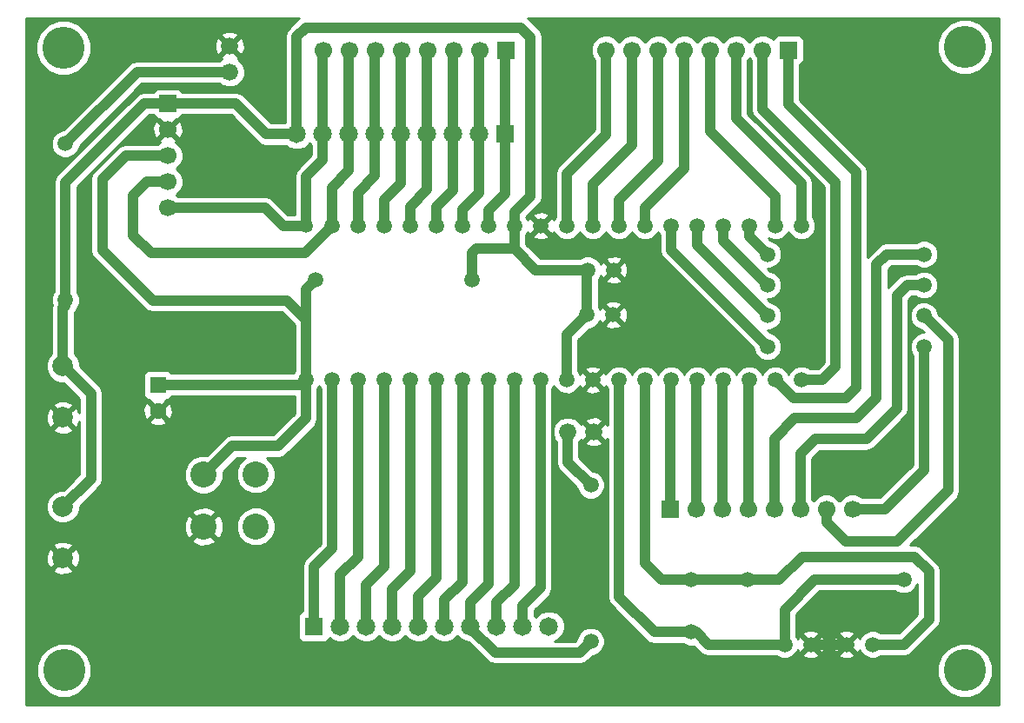
<source format=gbl>
G04 (created by PCBNEW (2013-07-07 BZR 4022)-stable) date 08-Nov-13 6:42:12 PM*
%MOIN*%
G04 Gerber Fmt 3.4, Leading zero omitted, Abs format*
%FSLAX34Y34*%
G01*
G70*
G90*
G04 APERTURE LIST*
%ADD10C,0.00590551*%
%ADD11C,0.0590551*%
%ADD12C,0.0531496*%
%ADD13R,0.0713701X0.0713701*%
%ADD14C,0.0713701*%
%ADD15C,0.066*%
%ADD16R,0.0669291X0.0669291*%
%ADD17C,0.0669291*%
%ADD18C,0.1*%
%ADD19R,0.0629921X0.0629921*%
%ADD20C,0.0629921*%
%ADD21C,0.0787402*%
%ADD22C,0.161417*%
%ADD23C,0.0393701*%
%ADD24C,0.01*%
G04 APERTURE END LIST*
G54D10*
G54D11*
X57650Y-56002D03*
X58650Y-56002D03*
X59650Y-56002D03*
X60650Y-56002D03*
X61650Y-56002D03*
X62650Y-56002D03*
X63650Y-56002D03*
X64650Y-56002D03*
X65650Y-56002D03*
X66650Y-56002D03*
X67650Y-56002D03*
X68650Y-56002D03*
X69650Y-56002D03*
X70650Y-56002D03*
X71650Y-56002D03*
X72650Y-56002D03*
X73650Y-56002D03*
X74650Y-56002D03*
X75650Y-56002D03*
X76650Y-56002D03*
X74650Y-50097D03*
X73650Y-50097D03*
X72650Y-50097D03*
X71650Y-50097D03*
X69650Y-50097D03*
X68650Y-50097D03*
X64650Y-50097D03*
X61650Y-50097D03*
X60650Y-50097D03*
X59650Y-50097D03*
X58650Y-50097D03*
X63650Y-50097D03*
X65650Y-50097D03*
X75650Y-50097D03*
X76650Y-50097D03*
G54D12*
X57650Y-50097D03*
G54D11*
X70650Y-50097D03*
X67650Y-50097D03*
X62650Y-50097D03*
X66650Y-50097D03*
G54D13*
X57960Y-65456D03*
G54D14*
X58960Y-65456D03*
X59960Y-65456D03*
X60960Y-65456D03*
X61960Y-65456D03*
X62960Y-65456D03*
X63960Y-65456D03*
X64960Y-65456D03*
X65960Y-65456D03*
X66960Y-65456D03*
G54D15*
X67680Y-57996D03*
X68680Y-57996D03*
X54724Y-44200D03*
X54724Y-43200D03*
G54D16*
X65300Y-43350D03*
G54D17*
X64300Y-43350D03*
X63300Y-43350D03*
X62300Y-43350D03*
X61300Y-43350D03*
X60300Y-43350D03*
X59300Y-43350D03*
X58300Y-43350D03*
G54D16*
X71600Y-60950D03*
G54D17*
X72600Y-60950D03*
X73600Y-60950D03*
X74600Y-60950D03*
X75600Y-60950D03*
X76600Y-60950D03*
X77600Y-60950D03*
X78600Y-60950D03*
G54D16*
X76150Y-43350D03*
G54D17*
X75150Y-43350D03*
X74150Y-43350D03*
X73150Y-43350D03*
X72150Y-43350D03*
X71150Y-43350D03*
X70150Y-43350D03*
X69150Y-43350D03*
G54D11*
X64023Y-52165D03*
X58023Y-52165D03*
X80566Y-63660D03*
X74566Y-63660D03*
X68566Y-66036D03*
X68566Y-60036D03*
X48422Y-52944D03*
X48422Y-46944D03*
G54D18*
X53724Y-61629D03*
X55724Y-59629D03*
X53716Y-59643D03*
X55724Y-61629D03*
G54D19*
X51968Y-56192D03*
G54D20*
X51968Y-57192D03*
G54D11*
X72420Y-63676D03*
X72420Y-65676D03*
X68426Y-53504D03*
X69426Y-53504D03*
X68448Y-51788D03*
X69448Y-51788D03*
X76002Y-66148D03*
X77002Y-66148D03*
X79378Y-66148D03*
X78378Y-66148D03*
G54D21*
X48327Y-55474D03*
X48327Y-57443D03*
X48327Y-60864D03*
X48327Y-62833D03*
G54D16*
X52350Y-45400D03*
G54D17*
X52350Y-46400D03*
X52350Y-47400D03*
X52350Y-48400D03*
X52350Y-49400D03*
G54D13*
X65292Y-46574D03*
G54D14*
X64292Y-46574D03*
X63292Y-46574D03*
X62292Y-46574D03*
X61292Y-46574D03*
X60292Y-46574D03*
X59292Y-46574D03*
X58292Y-46574D03*
X57292Y-46574D03*
G54D11*
X75346Y-51181D03*
X81346Y-51181D03*
X75346Y-52362D03*
X81346Y-52362D03*
X75346Y-53543D03*
X81346Y-53543D03*
X75346Y-54724D03*
X81346Y-54724D03*
G54D22*
X82913Y-43228D03*
X48346Y-43267D03*
X48366Y-67145D03*
X82913Y-67145D03*
G54D23*
X76002Y-66148D02*
X76002Y-64820D01*
X77162Y-63660D02*
X80566Y-63660D01*
X76002Y-64820D02*
X77162Y-63660D01*
X69650Y-56002D02*
X69650Y-64326D01*
X71000Y-65676D02*
X72420Y-65676D01*
X69650Y-64326D02*
X71000Y-65676D01*
X76002Y-66148D02*
X73078Y-66148D01*
X72606Y-65676D02*
X72420Y-65676D01*
X73078Y-66148D02*
X72606Y-65676D01*
X74566Y-63660D02*
X75798Y-63660D01*
X80570Y-66148D02*
X79378Y-66148D01*
X81532Y-65186D02*
X80570Y-66148D01*
X81532Y-63338D02*
X81532Y-65186D01*
X80982Y-62788D02*
X81532Y-63338D01*
X76670Y-62788D02*
X80982Y-62788D01*
X75798Y-63660D02*
X76670Y-62788D01*
X72420Y-63676D02*
X74550Y-63676D01*
X74550Y-63676D02*
X74566Y-63660D01*
X72420Y-63676D02*
X71296Y-63676D01*
X70650Y-63030D02*
X70650Y-56002D01*
X71296Y-63676D02*
X70650Y-63030D01*
X52350Y-48400D02*
X51562Y-48400D01*
X57605Y-51142D02*
X58650Y-50097D01*
X51702Y-51142D02*
X57605Y-51142D01*
X51030Y-50470D02*
X51702Y-51142D01*
X51030Y-48932D02*
X51030Y-50470D01*
X51562Y-48400D02*
X51030Y-48932D01*
X59292Y-46574D02*
X59292Y-43358D01*
X59292Y-43358D02*
X59300Y-43350D01*
X58650Y-50097D02*
X58650Y-48616D01*
X59292Y-47974D02*
X59292Y-46574D01*
X58650Y-48616D02*
X59292Y-47974D01*
X52350Y-49400D02*
X56072Y-49400D01*
X56769Y-50097D02*
X57650Y-50097D01*
X56072Y-49400D02*
X56769Y-50097D01*
X58292Y-46574D02*
X58292Y-43358D01*
X58292Y-43358D02*
X58300Y-43350D01*
X57650Y-50097D02*
X57650Y-48206D01*
X58292Y-47564D02*
X58292Y-46574D01*
X57650Y-48206D02*
X58292Y-47564D01*
X65292Y-46574D02*
X65292Y-43358D01*
X65292Y-43358D02*
X65300Y-43350D01*
X64650Y-50097D02*
X64650Y-49502D01*
X65292Y-48860D02*
X65292Y-46574D01*
X64650Y-49502D02*
X65292Y-48860D01*
X64292Y-46574D02*
X64292Y-43358D01*
X64292Y-43358D02*
X64300Y-43350D01*
X63650Y-50097D02*
X63650Y-49466D01*
X64292Y-48824D02*
X64292Y-46574D01*
X63650Y-49466D02*
X64292Y-48824D01*
X63292Y-46574D02*
X63292Y-43358D01*
X63292Y-43358D02*
X63300Y-43350D01*
X63292Y-46574D02*
X63292Y-48714D01*
X62650Y-49356D02*
X62650Y-50097D01*
X63292Y-48714D02*
X62650Y-49356D01*
X62292Y-46574D02*
X62292Y-43358D01*
X62292Y-43358D02*
X62300Y-43350D01*
X61650Y-50097D02*
X61650Y-49352D01*
X62292Y-48710D02*
X62292Y-46574D01*
X61650Y-49352D02*
X62292Y-48710D01*
X61292Y-46574D02*
X61292Y-43358D01*
X61292Y-43358D02*
X61300Y-43350D01*
X60650Y-50097D02*
X60650Y-49090D01*
X61292Y-48448D02*
X61292Y-46574D01*
X60650Y-49090D02*
X61292Y-48448D01*
X60292Y-46574D02*
X60292Y-43358D01*
X60292Y-43358D02*
X60300Y-43350D01*
X59650Y-50097D02*
X59650Y-48816D01*
X60292Y-48174D02*
X60292Y-46574D01*
X59650Y-48816D02*
X60292Y-48174D01*
X63960Y-65456D02*
X63960Y-65522D01*
X68140Y-66462D02*
X68566Y-66036D01*
X64900Y-66462D02*
X68140Y-66462D01*
X63960Y-65522D02*
X64900Y-66462D01*
X64650Y-56002D02*
X64650Y-63836D01*
X63960Y-64526D02*
X63960Y-65456D01*
X64650Y-63836D02*
X63960Y-64526D01*
X64960Y-65456D02*
X64960Y-64542D01*
X65650Y-63852D02*
X65650Y-56002D01*
X64960Y-64542D02*
X65650Y-63852D01*
X65960Y-65456D02*
X65960Y-64660D01*
X66650Y-63970D02*
X66650Y-56002D01*
X65960Y-64660D02*
X66650Y-63970D01*
X57650Y-56002D02*
X57650Y-57468D01*
X54817Y-58543D02*
X53716Y-59643D01*
X56574Y-58543D02*
X54817Y-58543D01*
X57650Y-57468D02*
X56574Y-58543D01*
X51968Y-56192D02*
X57459Y-56192D01*
X57459Y-56192D02*
X57650Y-56002D01*
X57650Y-54133D02*
X57650Y-52538D01*
X57650Y-52538D02*
X58023Y-52165D01*
X52350Y-47400D02*
X50742Y-47400D01*
X57650Y-53696D02*
X57650Y-54133D01*
X57650Y-54133D02*
X57650Y-56002D01*
X56910Y-52956D02*
X57650Y-53696D01*
X51766Y-52956D02*
X56910Y-52956D01*
X49840Y-51030D02*
X51766Y-52956D01*
X49840Y-48302D02*
X49840Y-51030D01*
X50742Y-47400D02*
X49840Y-48302D01*
X77002Y-66148D02*
X78378Y-66148D01*
X72600Y-60950D02*
X72600Y-56052D01*
X72600Y-56052D02*
X72650Y-56002D01*
X73600Y-60950D02*
X73600Y-56052D01*
X73600Y-56052D02*
X73650Y-56002D01*
X67650Y-50097D02*
X67650Y-48096D01*
X69150Y-46596D02*
X69150Y-43350D01*
X67650Y-48096D02*
X69150Y-46596D01*
X71600Y-60950D02*
X71600Y-56052D01*
X71600Y-56052D02*
X71650Y-56002D01*
X58650Y-56002D02*
X58650Y-62470D01*
X57960Y-63160D02*
X57960Y-65456D01*
X58650Y-62470D02*
X57960Y-63160D01*
X59650Y-56002D02*
X59650Y-62790D01*
X58960Y-63480D02*
X58960Y-65456D01*
X59650Y-62790D02*
X58960Y-63480D01*
X60650Y-56002D02*
X60650Y-63160D01*
X59960Y-63850D02*
X59960Y-65456D01*
X60650Y-63160D02*
X59960Y-63850D01*
X63650Y-56002D02*
X63650Y-63750D01*
X62960Y-64440D02*
X62960Y-65456D01*
X63650Y-63750D02*
X62960Y-64440D01*
X70150Y-43350D02*
X70150Y-46996D01*
X68650Y-48496D02*
X68650Y-50097D01*
X70150Y-46996D02*
X68650Y-48496D01*
X60960Y-65456D02*
X60960Y-64020D01*
X61650Y-63330D02*
X61650Y-56002D01*
X60960Y-64020D02*
X61650Y-63330D01*
X61960Y-65456D02*
X61960Y-64286D01*
X62650Y-63596D02*
X62650Y-56002D01*
X61960Y-64286D02*
X62650Y-63596D01*
X71650Y-50097D02*
X71650Y-51027D01*
X71650Y-51027D02*
X75346Y-54724D01*
X73650Y-50097D02*
X73650Y-50665D01*
X73650Y-50665D02*
X75346Y-52362D01*
X72650Y-50097D02*
X72650Y-50846D01*
X72650Y-50846D02*
X75346Y-53543D01*
X78600Y-60950D02*
X79847Y-60950D01*
X81348Y-54726D02*
X81346Y-54724D01*
X81348Y-59448D02*
X81348Y-54726D01*
X79847Y-60950D02*
X81348Y-59448D01*
X77600Y-60950D02*
X77600Y-61458D01*
X82283Y-54480D02*
X81346Y-53543D01*
X82283Y-60236D02*
X82283Y-54480D01*
X80314Y-62204D02*
X82283Y-60236D01*
X78346Y-62204D02*
X80314Y-62204D01*
X77600Y-61458D02*
X78346Y-62204D01*
X81346Y-52362D02*
X80708Y-52362D01*
X76600Y-58833D02*
X76600Y-60950D01*
X77165Y-58267D02*
X76600Y-58833D01*
X79133Y-58267D02*
X77165Y-58267D01*
X80314Y-57086D02*
X79133Y-58267D01*
X80314Y-52755D02*
X80314Y-57086D01*
X80708Y-52362D02*
X80314Y-52755D01*
X69650Y-50097D02*
X69650Y-49106D01*
X71150Y-47606D02*
X71150Y-43350D01*
X69650Y-49106D02*
X71150Y-47606D01*
X81346Y-51181D02*
X79921Y-51181D01*
X75600Y-58258D02*
X75600Y-60950D01*
X76377Y-57480D02*
X75600Y-58258D01*
X78740Y-57480D02*
X76377Y-57480D01*
X79527Y-56692D02*
X78740Y-57480D01*
X79527Y-51574D02*
X79527Y-56692D01*
X79921Y-51181D02*
X79527Y-51574D01*
X74650Y-50097D02*
X74650Y-50484D01*
X74650Y-50484D02*
X75346Y-51181D01*
X70650Y-50097D02*
X70650Y-49402D01*
X72150Y-47902D02*
X72150Y-43350D01*
X70650Y-49402D02*
X72150Y-47902D01*
X67680Y-57996D02*
X67680Y-59150D01*
X67680Y-59150D02*
X68566Y-60036D01*
X54724Y-44200D02*
X51165Y-44200D01*
X51165Y-44200D02*
X48422Y-46944D01*
X73150Y-43350D02*
X73150Y-46480D01*
X75650Y-48980D02*
X75650Y-50097D01*
X73150Y-46480D02*
X75650Y-48980D01*
X74150Y-43350D02*
X74150Y-45974D01*
X76650Y-48474D02*
X76650Y-50097D01*
X74150Y-45974D02*
X76650Y-48474D01*
X75150Y-43350D02*
X75150Y-45622D01*
X75150Y-45622D02*
X77952Y-48425D01*
X77952Y-48425D02*
X77952Y-55511D01*
X77952Y-55511D02*
X77461Y-56002D01*
X77461Y-56002D02*
X76650Y-56002D01*
X76150Y-43350D02*
X76150Y-45441D01*
X76340Y-56692D02*
X75650Y-56002D01*
X78346Y-56692D02*
X76340Y-56692D01*
X78740Y-56299D02*
X78346Y-56692D01*
X78740Y-48031D02*
X78740Y-56299D01*
X76150Y-45441D02*
X78740Y-48031D01*
X74600Y-60950D02*
X74600Y-56052D01*
X74600Y-56052D02*
X74650Y-56002D01*
X48422Y-52944D02*
X48422Y-48427D01*
X51450Y-45400D02*
X52350Y-45400D01*
X48422Y-48427D02*
X51450Y-45400D01*
X48327Y-55474D02*
X48327Y-53247D01*
X48422Y-53152D02*
X48422Y-52944D01*
X48327Y-53247D02*
X48422Y-53152D01*
X65650Y-50976D02*
X64181Y-50976D01*
X64023Y-51133D02*
X64023Y-52165D01*
X64181Y-50976D02*
X64023Y-51133D01*
X52350Y-45400D02*
X54954Y-45400D01*
X56128Y-46574D02*
X57292Y-46574D01*
X54954Y-45400D02*
X56128Y-46574D01*
X65650Y-50097D02*
X65650Y-50976D01*
X66462Y-51788D02*
X68448Y-51788D01*
X65650Y-50976D02*
X66462Y-51788D01*
X68448Y-51788D02*
X68426Y-51810D01*
X68426Y-51810D02*
X68426Y-53504D01*
X67650Y-56002D02*
X67650Y-54280D01*
X67650Y-54280D02*
X68426Y-53504D01*
X57292Y-46574D02*
X57292Y-42830D01*
X65650Y-49564D02*
X65650Y-50097D01*
X66264Y-48950D02*
X65650Y-49564D01*
X66264Y-42856D02*
X66264Y-48950D01*
X65890Y-42482D02*
X66264Y-42856D01*
X57640Y-42482D02*
X65890Y-42482D01*
X57292Y-42830D02*
X57640Y-42482D01*
X48327Y-55474D02*
X48353Y-55474D01*
X49407Y-59784D02*
X48327Y-60864D01*
X49407Y-56529D02*
X49407Y-59784D01*
X48353Y-55474D02*
X49407Y-56529D01*
G54D10*
G36*
X84201Y-68453D02*
X83970Y-68453D01*
X83970Y-66936D01*
X83970Y-43019D01*
X83810Y-42630D01*
X83512Y-42332D01*
X83124Y-42171D01*
X82704Y-42171D01*
X82315Y-42331D01*
X82017Y-42628D01*
X81856Y-43017D01*
X81856Y-43437D01*
X82016Y-43826D01*
X82313Y-44123D01*
X82702Y-44285D01*
X83122Y-44285D01*
X83511Y-44125D01*
X83809Y-43827D01*
X83970Y-43439D01*
X83970Y-43019D01*
X83970Y-66936D01*
X83810Y-66547D01*
X83512Y-66250D01*
X83124Y-66088D01*
X82730Y-66088D01*
X82730Y-60236D01*
X82730Y-54480D01*
X82696Y-54309D01*
X82696Y-54309D01*
X82599Y-54164D01*
X81891Y-53456D01*
X81891Y-53435D01*
X81808Y-53234D01*
X81655Y-53081D01*
X81455Y-52998D01*
X81238Y-52997D01*
X81037Y-53080D01*
X80884Y-53234D01*
X80801Y-53434D01*
X80801Y-53651D01*
X80883Y-53851D01*
X81037Y-54005D01*
X81237Y-54088D01*
X81259Y-54088D01*
X81350Y-54179D01*
X81238Y-54179D01*
X81037Y-54261D01*
X80884Y-54415D01*
X80801Y-54615D01*
X80801Y-54832D01*
X80883Y-55032D01*
X80901Y-55050D01*
X80901Y-59263D01*
X79662Y-60503D01*
X78980Y-60503D01*
X78931Y-60454D01*
X78716Y-60365D01*
X78484Y-60365D01*
X78269Y-60454D01*
X78104Y-60618D01*
X78100Y-60629D01*
X78095Y-60619D01*
X77931Y-60454D01*
X77716Y-60365D01*
X77484Y-60365D01*
X77269Y-60454D01*
X77104Y-60618D01*
X77100Y-60629D01*
X77095Y-60619D01*
X77046Y-60570D01*
X77046Y-59018D01*
X77350Y-58714D01*
X79133Y-58714D01*
X79304Y-58680D01*
X79304Y-58680D01*
X79449Y-58583D01*
X80630Y-57402D01*
X80630Y-57402D01*
X80727Y-57257D01*
X80761Y-57086D01*
X80761Y-57086D01*
X80761Y-52940D01*
X80893Y-52809D01*
X81022Y-52809D01*
X81037Y-52824D01*
X81237Y-52907D01*
X81454Y-52907D01*
X81654Y-52824D01*
X81808Y-52671D01*
X81891Y-52471D01*
X81891Y-52254D01*
X81808Y-52053D01*
X81655Y-51900D01*
X81455Y-51817D01*
X81238Y-51816D01*
X81037Y-51899D01*
X81022Y-51915D01*
X80708Y-51915D01*
X80537Y-51949D01*
X80392Y-52046D01*
X79998Y-52439D01*
X79974Y-52476D01*
X79974Y-51759D01*
X80106Y-51627D01*
X81022Y-51627D01*
X81037Y-51643D01*
X81237Y-51726D01*
X81454Y-51726D01*
X81654Y-51643D01*
X81808Y-51490D01*
X81891Y-51290D01*
X81891Y-51073D01*
X81808Y-50872D01*
X81655Y-50719D01*
X81455Y-50635D01*
X81238Y-50635D01*
X81037Y-50718D01*
X81022Y-50734D01*
X79921Y-50734D01*
X79750Y-50768D01*
X79605Y-50865D01*
X79211Y-51258D01*
X79187Y-51295D01*
X79187Y-48031D01*
X79152Y-47860D01*
X79152Y-47860D01*
X79056Y-47715D01*
X76596Y-45256D01*
X76596Y-43908D01*
X76626Y-43896D01*
X76696Y-43826D01*
X76734Y-43734D01*
X76734Y-43635D01*
X76734Y-42965D01*
X76696Y-42873D01*
X76626Y-42803D01*
X76534Y-42765D01*
X76435Y-42765D01*
X75765Y-42765D01*
X75673Y-42803D01*
X75603Y-42873D01*
X75573Y-42946D01*
X75481Y-42854D01*
X75266Y-42765D01*
X75034Y-42765D01*
X74819Y-42854D01*
X74654Y-43018D01*
X74650Y-43029D01*
X74645Y-43019D01*
X74481Y-42854D01*
X74266Y-42765D01*
X74034Y-42765D01*
X73819Y-42854D01*
X73654Y-43018D01*
X73650Y-43029D01*
X73645Y-43019D01*
X73481Y-42854D01*
X73266Y-42765D01*
X73034Y-42765D01*
X72819Y-42854D01*
X72654Y-43018D01*
X72650Y-43029D01*
X72645Y-43019D01*
X72481Y-42854D01*
X72266Y-42765D01*
X72034Y-42765D01*
X71819Y-42854D01*
X71654Y-43018D01*
X71650Y-43029D01*
X71645Y-43019D01*
X71481Y-42854D01*
X71266Y-42765D01*
X71034Y-42765D01*
X70819Y-42854D01*
X70654Y-43018D01*
X70650Y-43029D01*
X70645Y-43019D01*
X70481Y-42854D01*
X70266Y-42765D01*
X70034Y-42765D01*
X69819Y-42854D01*
X69654Y-43018D01*
X69650Y-43029D01*
X69645Y-43019D01*
X69481Y-42854D01*
X69266Y-42765D01*
X69034Y-42765D01*
X68819Y-42854D01*
X68654Y-43018D01*
X68565Y-43233D01*
X68565Y-43465D01*
X68654Y-43680D01*
X68703Y-43729D01*
X68703Y-46410D01*
X67334Y-47780D01*
X67237Y-47924D01*
X67203Y-48096D01*
X67203Y-49772D01*
X67188Y-49787D01*
X67152Y-49873D01*
X67127Y-49812D01*
X67032Y-49785D01*
X66961Y-49856D01*
X66961Y-49714D01*
X66935Y-49619D01*
X66730Y-49547D01*
X66513Y-49558D01*
X66364Y-49619D01*
X66338Y-49714D01*
X66650Y-50026D01*
X66961Y-49714D01*
X66961Y-49856D01*
X66720Y-50097D01*
X67032Y-50409D01*
X67127Y-50382D01*
X67150Y-50316D01*
X67187Y-50405D01*
X67340Y-50559D01*
X67541Y-50642D01*
X67757Y-50642D01*
X67958Y-50559D01*
X68111Y-50406D01*
X68149Y-50315D01*
X68187Y-50405D01*
X68340Y-50559D01*
X68541Y-50642D01*
X68757Y-50642D01*
X68958Y-50559D01*
X69111Y-50406D01*
X69149Y-50315D01*
X69187Y-50405D01*
X69340Y-50559D01*
X69541Y-50642D01*
X69757Y-50642D01*
X69958Y-50559D01*
X70111Y-50406D01*
X70149Y-50315D01*
X70187Y-50405D01*
X70340Y-50559D01*
X70541Y-50642D01*
X70757Y-50642D01*
X70958Y-50559D01*
X71111Y-50406D01*
X71149Y-50315D01*
X71187Y-50405D01*
X71203Y-50421D01*
X71203Y-51027D01*
X71237Y-51198D01*
X71334Y-51343D01*
X74801Y-54811D01*
X74801Y-54832D01*
X74883Y-55032D01*
X75037Y-55186D01*
X75237Y-55269D01*
X75454Y-55269D01*
X75654Y-55186D01*
X75808Y-55033D01*
X75891Y-54833D01*
X75891Y-54616D01*
X75808Y-54415D01*
X75655Y-54262D01*
X75455Y-54179D01*
X75433Y-54179D01*
X75342Y-54088D01*
X75454Y-54088D01*
X75654Y-54005D01*
X75808Y-53852D01*
X75891Y-53652D01*
X75891Y-53435D01*
X75808Y-53234D01*
X75655Y-53081D01*
X75455Y-52998D01*
X75433Y-52998D01*
X75342Y-52907D01*
X75454Y-52907D01*
X75654Y-52824D01*
X75808Y-52671D01*
X75891Y-52471D01*
X75891Y-52254D01*
X75808Y-52053D01*
X75655Y-51900D01*
X75455Y-51817D01*
X75433Y-51817D01*
X75342Y-51726D01*
X75454Y-51726D01*
X75654Y-51643D01*
X75808Y-51490D01*
X75891Y-51290D01*
X75891Y-51073D01*
X75808Y-50872D01*
X75655Y-50719D01*
X75455Y-50635D01*
X75433Y-50635D01*
X75367Y-50570D01*
X75541Y-50642D01*
X75757Y-50642D01*
X75958Y-50559D01*
X76111Y-50406D01*
X76149Y-50315D01*
X76187Y-50405D01*
X76340Y-50559D01*
X76541Y-50642D01*
X76757Y-50642D01*
X76958Y-50559D01*
X77111Y-50406D01*
X77195Y-50206D01*
X77195Y-49989D01*
X77112Y-49788D01*
X77096Y-49773D01*
X77096Y-48474D01*
X77062Y-48302D01*
X77062Y-48302D01*
X76965Y-48158D01*
X74596Y-45788D01*
X74596Y-43730D01*
X74645Y-43681D01*
X74649Y-43670D01*
X74654Y-43680D01*
X74703Y-43729D01*
X74703Y-45622D01*
X74737Y-45793D01*
X74834Y-45938D01*
X77505Y-48610D01*
X77505Y-55326D01*
X77276Y-55555D01*
X76974Y-55555D01*
X76959Y-55540D01*
X76758Y-55457D01*
X76542Y-55457D01*
X76341Y-55540D01*
X76188Y-55693D01*
X76150Y-55784D01*
X76112Y-55694D01*
X75959Y-55540D01*
X75758Y-55457D01*
X75542Y-55457D01*
X75341Y-55540D01*
X75188Y-55693D01*
X75150Y-55784D01*
X75112Y-55694D01*
X74959Y-55540D01*
X74758Y-55457D01*
X74542Y-55457D01*
X74341Y-55540D01*
X74188Y-55693D01*
X74150Y-55784D01*
X74112Y-55694D01*
X73959Y-55540D01*
X73758Y-55457D01*
X73542Y-55457D01*
X73341Y-55540D01*
X73188Y-55693D01*
X73150Y-55784D01*
X73112Y-55694D01*
X72959Y-55540D01*
X72758Y-55457D01*
X72542Y-55457D01*
X72341Y-55540D01*
X72188Y-55693D01*
X72150Y-55784D01*
X72112Y-55694D01*
X71959Y-55540D01*
X71758Y-55457D01*
X71542Y-55457D01*
X71341Y-55540D01*
X71188Y-55693D01*
X71150Y-55784D01*
X71112Y-55694D01*
X70959Y-55540D01*
X70758Y-55457D01*
X70542Y-55457D01*
X70341Y-55540D01*
X70188Y-55693D01*
X70150Y-55784D01*
X70112Y-55694D01*
X69998Y-55579D01*
X69998Y-51868D01*
X69987Y-51651D01*
X69925Y-51502D01*
X69830Y-51476D01*
X69759Y-51546D01*
X69759Y-51405D01*
X69733Y-51310D01*
X69528Y-51237D01*
X69311Y-51248D01*
X69162Y-51310D01*
X69136Y-51405D01*
X69448Y-51717D01*
X69759Y-51405D01*
X69759Y-51546D01*
X69518Y-51788D01*
X69830Y-52099D01*
X69925Y-52073D01*
X69998Y-51868D01*
X69998Y-55579D01*
X69976Y-55557D01*
X69976Y-53584D01*
X69965Y-53367D01*
X69903Y-53218D01*
X69808Y-53192D01*
X69759Y-53240D01*
X69759Y-52170D01*
X69448Y-51858D01*
X69136Y-52170D01*
X69162Y-52265D01*
X69367Y-52338D01*
X69584Y-52327D01*
X69733Y-52265D01*
X69759Y-52170D01*
X69759Y-53240D01*
X69737Y-53262D01*
X69737Y-53121D01*
X69711Y-53026D01*
X69506Y-52953D01*
X69289Y-52964D01*
X69140Y-53026D01*
X69114Y-53121D01*
X69426Y-53433D01*
X69737Y-53121D01*
X69737Y-53262D01*
X69496Y-53504D01*
X69808Y-53815D01*
X69903Y-53789D01*
X69976Y-53584D01*
X69976Y-55557D01*
X69959Y-55540D01*
X69758Y-55457D01*
X69737Y-55457D01*
X69737Y-53886D01*
X69426Y-53574D01*
X69114Y-53886D01*
X69140Y-53981D01*
X69345Y-54054D01*
X69562Y-54043D01*
X69711Y-53981D01*
X69737Y-53886D01*
X69737Y-55457D01*
X69542Y-55457D01*
X69341Y-55540D01*
X69188Y-55693D01*
X69152Y-55778D01*
X69127Y-55717D01*
X69032Y-55690D01*
X68961Y-55761D01*
X68961Y-55620D01*
X68935Y-55525D01*
X68730Y-55452D01*
X68513Y-55463D01*
X68364Y-55525D01*
X68338Y-55620D01*
X68650Y-55932D01*
X68961Y-55620D01*
X68961Y-55761D01*
X68720Y-56002D01*
X69032Y-56314D01*
X69127Y-56287D01*
X69150Y-56222D01*
X69187Y-56311D01*
X69203Y-56326D01*
X69203Y-57731D01*
X69186Y-57690D01*
X69087Y-57659D01*
X69016Y-57729D01*
X69016Y-57588D01*
X68985Y-57489D01*
X68961Y-57481D01*
X68961Y-56385D01*
X68650Y-56073D01*
X68338Y-56385D01*
X68364Y-56480D01*
X68569Y-56552D01*
X68786Y-56541D01*
X68935Y-56480D01*
X68961Y-56385D01*
X68961Y-57481D01*
X68768Y-57411D01*
X68538Y-57421D01*
X68374Y-57489D01*
X68343Y-57588D01*
X68680Y-57925D01*
X69016Y-57588D01*
X69016Y-57729D01*
X68750Y-57996D01*
X69087Y-58332D01*
X69186Y-58301D01*
X69203Y-58254D01*
X69203Y-64326D01*
X69237Y-64497D01*
X69334Y-64641D01*
X70684Y-65991D01*
X70828Y-66088D01*
X71000Y-66122D01*
X72095Y-66122D01*
X72110Y-66137D01*
X72311Y-66221D01*
X72519Y-66221D01*
X72762Y-66463D01*
X72906Y-66560D01*
X73078Y-66594D01*
X75677Y-66594D01*
X75692Y-66609D01*
X75893Y-66693D01*
X76109Y-66693D01*
X76310Y-66610D01*
X76463Y-66457D01*
X76499Y-66372D01*
X76524Y-66433D01*
X76619Y-66459D01*
X76931Y-66148D01*
X76619Y-65836D01*
X76524Y-65862D01*
X76501Y-65928D01*
X76464Y-65839D01*
X76448Y-65823D01*
X76448Y-65005D01*
X77347Y-64106D01*
X80241Y-64106D01*
X80256Y-64121D01*
X80457Y-64205D01*
X80673Y-64205D01*
X80874Y-64122D01*
X81027Y-63969D01*
X81085Y-63831D01*
X81085Y-65000D01*
X80384Y-65701D01*
X79702Y-65701D01*
X79687Y-65686D01*
X79486Y-65602D01*
X79270Y-65602D01*
X79069Y-65685D01*
X78916Y-65838D01*
X78880Y-65923D01*
X78855Y-65862D01*
X78760Y-65836D01*
X78689Y-65906D01*
X78689Y-65765D01*
X78663Y-65670D01*
X78458Y-65597D01*
X78241Y-65608D01*
X78092Y-65670D01*
X78066Y-65765D01*
X78378Y-66077D01*
X78689Y-65765D01*
X78689Y-65906D01*
X78448Y-66148D01*
X78760Y-66459D01*
X78855Y-66433D01*
X78878Y-66367D01*
X78915Y-66456D01*
X79068Y-66609D01*
X79269Y-66693D01*
X79485Y-66693D01*
X79686Y-66610D01*
X79702Y-66594D01*
X80570Y-66594D01*
X80741Y-66560D01*
X80741Y-66560D01*
X80885Y-66463D01*
X81847Y-65501D01*
X81847Y-65501D01*
X81944Y-65357D01*
X81978Y-65186D01*
X81978Y-65186D01*
X81978Y-63338D01*
X81944Y-63166D01*
X81847Y-63022D01*
X81297Y-62472D01*
X81153Y-62375D01*
X80982Y-62341D01*
X80810Y-62341D01*
X82599Y-60552D01*
X82599Y-60552D01*
X82696Y-60407D01*
X82730Y-60236D01*
X82730Y-60236D01*
X82730Y-66088D01*
X82704Y-66088D01*
X82315Y-66248D01*
X82017Y-66546D01*
X81856Y-66934D01*
X81856Y-67355D01*
X82016Y-67743D01*
X82313Y-68041D01*
X82702Y-68202D01*
X83122Y-68202D01*
X83511Y-68042D01*
X83809Y-67745D01*
X83970Y-67356D01*
X83970Y-66936D01*
X83970Y-68453D01*
X78689Y-68453D01*
X78689Y-66530D01*
X78378Y-66218D01*
X78307Y-66289D01*
X78307Y-66148D01*
X77995Y-65836D01*
X77900Y-65862D01*
X77827Y-66067D01*
X77838Y-66284D01*
X77900Y-66433D01*
X77995Y-66459D01*
X78307Y-66148D01*
X78307Y-66289D01*
X78066Y-66530D01*
X78092Y-66625D01*
X78297Y-66698D01*
X78514Y-66687D01*
X78663Y-66625D01*
X78689Y-66530D01*
X78689Y-68453D01*
X77552Y-68453D01*
X77552Y-66228D01*
X77541Y-66011D01*
X77479Y-65862D01*
X77384Y-65836D01*
X77313Y-65906D01*
X77313Y-65765D01*
X77287Y-65670D01*
X77082Y-65597D01*
X76865Y-65608D01*
X76716Y-65670D01*
X76690Y-65765D01*
X77002Y-66077D01*
X77313Y-65765D01*
X77313Y-65906D01*
X77072Y-66148D01*
X77384Y-66459D01*
X77479Y-66433D01*
X77552Y-66228D01*
X77552Y-68453D01*
X77313Y-68453D01*
X77313Y-66530D01*
X77002Y-66218D01*
X76690Y-66530D01*
X76716Y-66625D01*
X76921Y-66698D01*
X77138Y-66687D01*
X77287Y-66625D01*
X77313Y-66530D01*
X77313Y-68453D01*
X56474Y-68453D01*
X56474Y-61481D01*
X56360Y-61205D01*
X56149Y-60994D01*
X55874Y-60880D01*
X55575Y-60879D01*
X55300Y-60993D01*
X55088Y-61204D01*
X54974Y-61480D01*
X54974Y-61778D01*
X55088Y-62054D01*
X55299Y-62265D01*
X55574Y-62379D01*
X55872Y-62380D01*
X56148Y-62266D01*
X56359Y-62055D01*
X56474Y-61779D01*
X56474Y-61481D01*
X56474Y-68453D01*
X54478Y-68453D01*
X54478Y-61759D01*
X54470Y-61461D01*
X54371Y-61221D01*
X54255Y-61170D01*
X54184Y-61240D01*
X54184Y-61099D01*
X54132Y-60983D01*
X53853Y-60876D01*
X53555Y-60884D01*
X53316Y-60983D01*
X53264Y-61099D01*
X53724Y-61559D01*
X54184Y-61099D01*
X54184Y-61240D01*
X53795Y-61629D01*
X54255Y-62089D01*
X54371Y-62037D01*
X54478Y-61759D01*
X54478Y-68453D01*
X54184Y-68453D01*
X54184Y-62160D01*
X53724Y-61700D01*
X53653Y-61771D01*
X53653Y-61629D01*
X53193Y-61170D01*
X53077Y-61221D01*
X52970Y-61500D01*
X52978Y-61798D01*
X53077Y-62037D01*
X53193Y-62089D01*
X53653Y-61629D01*
X53653Y-61771D01*
X53264Y-62160D01*
X53316Y-62276D01*
X53594Y-62383D01*
X53893Y-62375D01*
X54132Y-62276D01*
X54184Y-62160D01*
X54184Y-68453D01*
X52538Y-68453D01*
X52538Y-57278D01*
X52527Y-57053D01*
X52462Y-56896D01*
X52365Y-56866D01*
X52039Y-57192D01*
X52365Y-57518D01*
X52462Y-57489D01*
X52538Y-57278D01*
X52538Y-68453D01*
X52294Y-68453D01*
X52294Y-57589D01*
X51968Y-57263D01*
X51897Y-57334D01*
X51897Y-57192D01*
X51571Y-56866D01*
X51474Y-56896D01*
X51398Y-57107D01*
X51409Y-57332D01*
X51474Y-57489D01*
X51571Y-57518D01*
X51897Y-57192D01*
X51897Y-57334D01*
X51642Y-57589D01*
X51671Y-57686D01*
X51883Y-57762D01*
X52107Y-57751D01*
X52265Y-57686D01*
X52294Y-57589D01*
X52294Y-68453D01*
X49423Y-68453D01*
X49423Y-66936D01*
X49262Y-66547D01*
X48975Y-66259D01*
X48975Y-62937D01*
X48965Y-62681D01*
X48886Y-62489D01*
X48781Y-62450D01*
X48710Y-62521D01*
X48710Y-62379D01*
X48671Y-62274D01*
X48431Y-62185D01*
X48175Y-62194D01*
X47983Y-62274D01*
X47944Y-62379D01*
X48327Y-62762D01*
X48710Y-62379D01*
X48710Y-62521D01*
X48398Y-62833D01*
X48781Y-63216D01*
X48886Y-63177D01*
X48975Y-62937D01*
X48975Y-66259D01*
X48965Y-66250D01*
X48710Y-66144D01*
X48710Y-63287D01*
X48327Y-62904D01*
X48256Y-62974D01*
X48256Y-62833D01*
X47873Y-62450D01*
X47768Y-62489D01*
X47679Y-62729D01*
X47688Y-62985D01*
X47768Y-63177D01*
X47873Y-63216D01*
X48256Y-62833D01*
X48256Y-62974D01*
X47944Y-63287D01*
X47983Y-63392D01*
X48223Y-63481D01*
X48479Y-63471D01*
X48671Y-63392D01*
X48710Y-63287D01*
X48710Y-66144D01*
X48577Y-66088D01*
X48156Y-66088D01*
X47768Y-66248D01*
X47470Y-66546D01*
X47309Y-66934D01*
X47308Y-67355D01*
X47469Y-67743D01*
X47766Y-68041D01*
X48154Y-68202D01*
X48575Y-68202D01*
X48964Y-68042D01*
X49261Y-67745D01*
X49423Y-67356D01*
X49423Y-66936D01*
X49423Y-68453D01*
X46900Y-68453D01*
X46900Y-42136D01*
X57368Y-42136D01*
X57324Y-42166D01*
X56976Y-42514D01*
X56879Y-42658D01*
X56845Y-42830D01*
X56845Y-46127D01*
X56313Y-46127D01*
X55309Y-45123D01*
X55309Y-43289D01*
X55298Y-43059D01*
X55230Y-42894D01*
X55132Y-42863D01*
X55061Y-42934D01*
X55061Y-42793D01*
X55030Y-42694D01*
X54813Y-42616D01*
X54582Y-42626D01*
X54418Y-42694D01*
X54387Y-42793D01*
X54724Y-43130D01*
X55061Y-42793D01*
X55061Y-42934D01*
X54795Y-43200D01*
X55132Y-43537D01*
X55230Y-43506D01*
X55309Y-43289D01*
X55309Y-45123D01*
X55304Y-45118D01*
X55304Y-44085D01*
X55216Y-43872D01*
X55053Y-43709D01*
X55032Y-43700D01*
X55061Y-43608D01*
X54724Y-43271D01*
X54653Y-43342D01*
X54653Y-43200D01*
X54316Y-42863D01*
X54218Y-42894D01*
X54139Y-43111D01*
X54150Y-43342D01*
X54218Y-43506D01*
X54316Y-43537D01*
X54653Y-43200D01*
X54653Y-43342D01*
X54387Y-43608D01*
X54416Y-43700D01*
X54396Y-43708D01*
X54351Y-43753D01*
X51165Y-43753D01*
X50994Y-43787D01*
X50849Y-43884D01*
X49403Y-45330D01*
X49403Y-43058D01*
X49243Y-42669D01*
X48946Y-42372D01*
X48557Y-42210D01*
X48137Y-42210D01*
X47748Y-42371D01*
X47450Y-42668D01*
X47289Y-43056D01*
X47289Y-43477D01*
X47449Y-43865D01*
X47746Y-44163D01*
X48135Y-44324D01*
X48555Y-44324D01*
X48944Y-44164D01*
X49242Y-43867D01*
X49403Y-43478D01*
X49403Y-43058D01*
X49403Y-45330D01*
X48335Y-46398D01*
X48314Y-46398D01*
X48113Y-46481D01*
X47960Y-46634D01*
X47877Y-46835D01*
X47877Y-47052D01*
X47959Y-47252D01*
X48113Y-47406D01*
X48313Y-47489D01*
X48530Y-47489D01*
X48730Y-47406D01*
X48884Y-47253D01*
X48967Y-47053D01*
X48967Y-47030D01*
X51350Y-44647D01*
X54350Y-44647D01*
X54395Y-44692D01*
X54608Y-44780D01*
X54839Y-44780D01*
X55052Y-44692D01*
X55215Y-44529D01*
X55304Y-44316D01*
X55304Y-44085D01*
X55304Y-45118D01*
X55269Y-45084D01*
X55125Y-44987D01*
X54954Y-44953D01*
X52908Y-44953D01*
X52896Y-44923D01*
X52826Y-44853D01*
X52734Y-44815D01*
X52635Y-44815D01*
X51965Y-44815D01*
X51873Y-44853D01*
X51803Y-44923D01*
X51791Y-44953D01*
X51450Y-44953D01*
X51279Y-44987D01*
X51134Y-45084D01*
X48106Y-48112D01*
X48009Y-48256D01*
X47975Y-48427D01*
X47975Y-52619D01*
X47960Y-52634D01*
X47877Y-52835D01*
X47877Y-53052D01*
X47905Y-53121D01*
X47880Y-53247D01*
X47880Y-55011D01*
X47782Y-55109D01*
X47683Y-55346D01*
X47683Y-55602D01*
X47781Y-55839D01*
X47962Y-56020D01*
X48198Y-56118D01*
X48364Y-56118D01*
X48960Y-56714D01*
X48960Y-57278D01*
X48886Y-57099D01*
X48781Y-57060D01*
X48710Y-57131D01*
X48710Y-56989D01*
X48671Y-56884D01*
X48431Y-56795D01*
X48175Y-56804D01*
X47983Y-56884D01*
X47944Y-56989D01*
X48327Y-57372D01*
X48710Y-56989D01*
X48710Y-57131D01*
X48398Y-57443D01*
X48781Y-57826D01*
X48886Y-57787D01*
X48960Y-57587D01*
X48960Y-59599D01*
X48710Y-59849D01*
X48710Y-57897D01*
X48327Y-57514D01*
X48256Y-57584D01*
X48256Y-57443D01*
X47873Y-57060D01*
X47768Y-57099D01*
X47679Y-57339D01*
X47688Y-57595D01*
X47768Y-57787D01*
X47873Y-57826D01*
X48256Y-57443D01*
X48256Y-57584D01*
X47944Y-57897D01*
X47983Y-58002D01*
X48223Y-58091D01*
X48479Y-58081D01*
X48671Y-58002D01*
X48710Y-57897D01*
X48710Y-59849D01*
X48339Y-60221D01*
X48199Y-60221D01*
X47963Y-60318D01*
X47782Y-60499D01*
X47683Y-60736D01*
X47683Y-60992D01*
X47781Y-61229D01*
X47962Y-61410D01*
X48198Y-61508D01*
X48454Y-61508D01*
X48691Y-61410D01*
X48872Y-61230D01*
X48970Y-60993D01*
X48971Y-60853D01*
X49723Y-60100D01*
X49723Y-60100D01*
X49820Y-59955D01*
X49854Y-59784D01*
X49854Y-59784D01*
X49854Y-56529D01*
X49820Y-56358D01*
X49820Y-56358D01*
X49723Y-56213D01*
X48971Y-55460D01*
X48971Y-55347D01*
X48873Y-55110D01*
X48774Y-55011D01*
X48774Y-53414D01*
X48774Y-53414D01*
X48835Y-53323D01*
X48840Y-53297D01*
X48884Y-53253D01*
X48967Y-53053D01*
X48967Y-52836D01*
X48884Y-52635D01*
X48869Y-52620D01*
X48869Y-48613D01*
X51635Y-45846D01*
X51791Y-45846D01*
X51803Y-45876D01*
X51873Y-45946D01*
X51965Y-45984D01*
X52011Y-45984D01*
X52009Y-45988D01*
X52350Y-46329D01*
X52690Y-45988D01*
X52688Y-45984D01*
X52734Y-45984D01*
X52826Y-45946D01*
X52896Y-45876D01*
X52908Y-45846D01*
X54768Y-45846D01*
X55812Y-46889D01*
X55956Y-46986D01*
X55956Y-46986D01*
X56128Y-47020D01*
X56880Y-47020D01*
X56947Y-47088D01*
X57170Y-47180D01*
X57412Y-47180D01*
X57635Y-47088D01*
X57792Y-46932D01*
X57845Y-46985D01*
X57845Y-47378D01*
X57334Y-47890D01*
X57237Y-48034D01*
X57203Y-48206D01*
X57203Y-49650D01*
X56954Y-49650D01*
X56387Y-49084D01*
X56243Y-48987D01*
X56072Y-48953D01*
X52939Y-48953D01*
X52939Y-46490D01*
X52928Y-46257D01*
X52859Y-46091D01*
X52761Y-46059D01*
X52420Y-46400D01*
X52761Y-46740D01*
X52859Y-46708D01*
X52939Y-46490D01*
X52939Y-48953D01*
X52730Y-48953D01*
X52681Y-48904D01*
X52670Y-48900D01*
X52680Y-48895D01*
X52845Y-48731D01*
X52934Y-48516D01*
X52934Y-48284D01*
X52845Y-48069D01*
X52681Y-47904D01*
X52670Y-47900D01*
X52680Y-47895D01*
X52845Y-47731D01*
X52934Y-47516D01*
X52934Y-47284D01*
X52845Y-47069D01*
X52681Y-46904D01*
X52662Y-46896D01*
X52690Y-46811D01*
X52350Y-46470D01*
X52279Y-46541D01*
X52279Y-46400D01*
X51938Y-46059D01*
X51840Y-46091D01*
X51760Y-46309D01*
X51771Y-46542D01*
X51840Y-46708D01*
X51938Y-46740D01*
X52279Y-46400D01*
X52279Y-46541D01*
X52009Y-46811D01*
X52037Y-46896D01*
X52019Y-46904D01*
X51970Y-46953D01*
X50742Y-46953D01*
X50570Y-46987D01*
X50426Y-47084D01*
X49524Y-47986D01*
X49427Y-48130D01*
X49393Y-48302D01*
X49393Y-51030D01*
X49427Y-51201D01*
X49524Y-51345D01*
X51450Y-53271D01*
X51594Y-53368D01*
X51766Y-53402D01*
X56724Y-53402D01*
X57203Y-53881D01*
X57203Y-54133D01*
X57203Y-55678D01*
X57188Y-55693D01*
X57166Y-55746D01*
X52499Y-55746D01*
X52495Y-55736D01*
X52425Y-55666D01*
X52333Y-55627D01*
X52233Y-55627D01*
X51604Y-55627D01*
X51512Y-55665D01*
X51441Y-55736D01*
X51403Y-55828D01*
X51403Y-55927D01*
X51403Y-56557D01*
X51441Y-56649D01*
X51511Y-56719D01*
X51603Y-56757D01*
X51653Y-56757D01*
X51642Y-56796D01*
X51968Y-57122D01*
X52294Y-56796D01*
X52283Y-56757D01*
X52332Y-56757D01*
X52424Y-56719D01*
X52495Y-56649D01*
X52499Y-56639D01*
X57203Y-56639D01*
X57203Y-57283D01*
X56389Y-58096D01*
X54817Y-58096D01*
X54646Y-58130D01*
X54501Y-58227D01*
X53834Y-58894D01*
X53567Y-58893D01*
X53292Y-59007D01*
X53080Y-59218D01*
X52966Y-59494D01*
X52966Y-59792D01*
X53080Y-60068D01*
X53291Y-60279D01*
X53566Y-60393D01*
X53864Y-60394D01*
X54140Y-60280D01*
X54351Y-60069D01*
X54466Y-59793D01*
X54466Y-59525D01*
X55002Y-58990D01*
X55308Y-58990D01*
X55300Y-58993D01*
X55088Y-59204D01*
X54974Y-59480D01*
X54974Y-59778D01*
X55088Y-60054D01*
X55299Y-60265D01*
X55574Y-60379D01*
X55872Y-60380D01*
X56148Y-60266D01*
X56359Y-60055D01*
X56474Y-59779D01*
X56474Y-59481D01*
X56360Y-59205D01*
X56149Y-58994D01*
X56139Y-58990D01*
X56574Y-58990D01*
X56745Y-58956D01*
X56745Y-58956D01*
X56890Y-58859D01*
X57965Y-57784D01*
X58062Y-57639D01*
X58062Y-57639D01*
X58096Y-57468D01*
X58096Y-56327D01*
X58111Y-56312D01*
X58149Y-56220D01*
X58187Y-56311D01*
X58203Y-56326D01*
X58203Y-62284D01*
X57644Y-62844D01*
X57547Y-62988D01*
X57513Y-63160D01*
X57513Y-64865D01*
X57461Y-64887D01*
X57391Y-64957D01*
X57353Y-65049D01*
X57353Y-65148D01*
X57353Y-65862D01*
X57391Y-65954D01*
X57461Y-66024D01*
X57553Y-66062D01*
X57652Y-66062D01*
X58366Y-66062D01*
X58458Y-66024D01*
X58528Y-65954D01*
X58549Y-65903D01*
X58615Y-65970D01*
X58838Y-66062D01*
X59080Y-66062D01*
X59303Y-65970D01*
X59460Y-65814D01*
X59615Y-65970D01*
X59838Y-66062D01*
X60080Y-66062D01*
X60303Y-65970D01*
X60460Y-65814D01*
X60615Y-65970D01*
X60838Y-66062D01*
X61080Y-66062D01*
X61303Y-65970D01*
X61460Y-65814D01*
X61615Y-65970D01*
X61838Y-66062D01*
X62080Y-66062D01*
X62303Y-65970D01*
X62460Y-65814D01*
X62615Y-65970D01*
X62838Y-66062D01*
X63080Y-66062D01*
X63303Y-65970D01*
X63460Y-65814D01*
X63615Y-65970D01*
X63838Y-66062D01*
X63868Y-66062D01*
X64584Y-66777D01*
X64728Y-66874D01*
X64900Y-66908D01*
X68140Y-66908D01*
X68311Y-66874D01*
X68311Y-66874D01*
X68455Y-66777D01*
X68652Y-66581D01*
X68673Y-66581D01*
X68874Y-66498D01*
X69027Y-66345D01*
X69111Y-66144D01*
X69111Y-65928D01*
X69111Y-59928D01*
X69028Y-59727D01*
X69016Y-59715D01*
X69016Y-58403D01*
X68680Y-58066D01*
X68343Y-58403D01*
X68374Y-58502D01*
X68591Y-58580D01*
X68821Y-58570D01*
X68985Y-58502D01*
X69016Y-58403D01*
X69016Y-59715D01*
X68875Y-59574D01*
X68674Y-59490D01*
X68652Y-59490D01*
X68126Y-58964D01*
X68126Y-58369D01*
X68171Y-58324D01*
X68180Y-58303D01*
X68272Y-58332D01*
X68609Y-57996D01*
X68272Y-57659D01*
X68180Y-57688D01*
X68171Y-57667D01*
X68008Y-57504D01*
X67795Y-57416D01*
X67565Y-57415D01*
X67351Y-57504D01*
X67188Y-57667D01*
X67100Y-57880D01*
X67099Y-58110D01*
X67188Y-58324D01*
X67233Y-58369D01*
X67233Y-59150D01*
X67267Y-59321D01*
X67364Y-59465D01*
X68020Y-60122D01*
X68020Y-60143D01*
X68103Y-60344D01*
X68256Y-60497D01*
X68457Y-60581D01*
X68673Y-60581D01*
X68874Y-60498D01*
X69027Y-60345D01*
X69111Y-60144D01*
X69111Y-59928D01*
X69111Y-65928D01*
X69028Y-65727D01*
X68875Y-65574D01*
X68674Y-65490D01*
X68458Y-65490D01*
X68257Y-65573D01*
X68104Y-65726D01*
X68020Y-65927D01*
X68020Y-65949D01*
X67954Y-66015D01*
X67195Y-66015D01*
X67303Y-65970D01*
X67474Y-65800D01*
X67566Y-65577D01*
X67566Y-65335D01*
X67474Y-65112D01*
X67304Y-64941D01*
X67081Y-64849D01*
X66839Y-64849D01*
X66616Y-64941D01*
X66459Y-65097D01*
X66406Y-65044D01*
X66406Y-64845D01*
X66965Y-64285D01*
X66965Y-64285D01*
X67062Y-64141D01*
X67096Y-63970D01*
X67096Y-63970D01*
X67096Y-56327D01*
X67111Y-56312D01*
X67149Y-56220D01*
X67187Y-56311D01*
X67340Y-56464D01*
X67541Y-56547D01*
X67757Y-56548D01*
X67958Y-56465D01*
X68111Y-56312D01*
X68147Y-56226D01*
X68172Y-56287D01*
X68267Y-56314D01*
X68579Y-56002D01*
X68267Y-55690D01*
X68172Y-55717D01*
X68149Y-55783D01*
X68112Y-55694D01*
X68096Y-55678D01*
X68096Y-54465D01*
X68512Y-54049D01*
X68533Y-54049D01*
X68734Y-53966D01*
X68887Y-53813D01*
X68923Y-53728D01*
X68948Y-53789D01*
X69043Y-53815D01*
X69355Y-53504D01*
X69043Y-53192D01*
X68948Y-53218D01*
X68925Y-53284D01*
X68888Y-53195D01*
X68872Y-53179D01*
X68872Y-52134D01*
X68909Y-52097D01*
X68945Y-52012D01*
X68970Y-52073D01*
X69065Y-52099D01*
X69377Y-51788D01*
X69065Y-51476D01*
X68970Y-51502D01*
X68947Y-51568D01*
X68910Y-51479D01*
X68757Y-51326D01*
X68556Y-51242D01*
X68340Y-51242D01*
X68139Y-51325D01*
X68123Y-51341D01*
X66961Y-51341D01*
X66961Y-50479D01*
X66650Y-50167D01*
X66338Y-50479D01*
X66364Y-50574D01*
X66569Y-50647D01*
X66786Y-50636D01*
X66935Y-50574D01*
X66961Y-50479D01*
X66961Y-51341D01*
X66647Y-51341D01*
X66096Y-50790D01*
X66096Y-50421D01*
X66111Y-50406D01*
X66147Y-50321D01*
X66172Y-50382D01*
X66267Y-50409D01*
X66579Y-50097D01*
X66267Y-49785D01*
X66172Y-49812D01*
X66149Y-49877D01*
X66112Y-49788D01*
X66096Y-49773D01*
X66096Y-49749D01*
X66579Y-49265D01*
X66579Y-49265D01*
X66676Y-49121D01*
X66710Y-48950D01*
X66710Y-48950D01*
X66710Y-42856D01*
X66676Y-42684D01*
X66579Y-42540D01*
X66205Y-42166D01*
X66161Y-42136D01*
X84201Y-42136D01*
X84201Y-68453D01*
X84201Y-68453D01*
G37*
G54D24*
X84201Y-68453D02*
X83970Y-68453D01*
X83970Y-66936D01*
X83970Y-43019D01*
X83810Y-42630D01*
X83512Y-42332D01*
X83124Y-42171D01*
X82704Y-42171D01*
X82315Y-42331D01*
X82017Y-42628D01*
X81856Y-43017D01*
X81856Y-43437D01*
X82016Y-43826D01*
X82313Y-44123D01*
X82702Y-44285D01*
X83122Y-44285D01*
X83511Y-44125D01*
X83809Y-43827D01*
X83970Y-43439D01*
X83970Y-43019D01*
X83970Y-66936D01*
X83810Y-66547D01*
X83512Y-66250D01*
X83124Y-66088D01*
X82730Y-66088D01*
X82730Y-60236D01*
X82730Y-54480D01*
X82696Y-54309D01*
X82696Y-54309D01*
X82599Y-54164D01*
X81891Y-53456D01*
X81891Y-53435D01*
X81808Y-53234D01*
X81655Y-53081D01*
X81455Y-52998D01*
X81238Y-52997D01*
X81037Y-53080D01*
X80884Y-53234D01*
X80801Y-53434D01*
X80801Y-53651D01*
X80883Y-53851D01*
X81037Y-54005D01*
X81237Y-54088D01*
X81259Y-54088D01*
X81350Y-54179D01*
X81238Y-54179D01*
X81037Y-54261D01*
X80884Y-54415D01*
X80801Y-54615D01*
X80801Y-54832D01*
X80883Y-55032D01*
X80901Y-55050D01*
X80901Y-59263D01*
X79662Y-60503D01*
X78980Y-60503D01*
X78931Y-60454D01*
X78716Y-60365D01*
X78484Y-60365D01*
X78269Y-60454D01*
X78104Y-60618D01*
X78100Y-60629D01*
X78095Y-60619D01*
X77931Y-60454D01*
X77716Y-60365D01*
X77484Y-60365D01*
X77269Y-60454D01*
X77104Y-60618D01*
X77100Y-60629D01*
X77095Y-60619D01*
X77046Y-60570D01*
X77046Y-59018D01*
X77350Y-58714D01*
X79133Y-58714D01*
X79304Y-58680D01*
X79304Y-58680D01*
X79449Y-58583D01*
X80630Y-57402D01*
X80630Y-57402D01*
X80727Y-57257D01*
X80761Y-57086D01*
X80761Y-57086D01*
X80761Y-52940D01*
X80893Y-52809D01*
X81022Y-52809D01*
X81037Y-52824D01*
X81237Y-52907D01*
X81454Y-52907D01*
X81654Y-52824D01*
X81808Y-52671D01*
X81891Y-52471D01*
X81891Y-52254D01*
X81808Y-52053D01*
X81655Y-51900D01*
X81455Y-51817D01*
X81238Y-51816D01*
X81037Y-51899D01*
X81022Y-51915D01*
X80708Y-51915D01*
X80537Y-51949D01*
X80392Y-52046D01*
X79998Y-52439D01*
X79974Y-52476D01*
X79974Y-51759D01*
X80106Y-51627D01*
X81022Y-51627D01*
X81037Y-51643D01*
X81237Y-51726D01*
X81454Y-51726D01*
X81654Y-51643D01*
X81808Y-51490D01*
X81891Y-51290D01*
X81891Y-51073D01*
X81808Y-50872D01*
X81655Y-50719D01*
X81455Y-50635D01*
X81238Y-50635D01*
X81037Y-50718D01*
X81022Y-50734D01*
X79921Y-50734D01*
X79750Y-50768D01*
X79605Y-50865D01*
X79211Y-51258D01*
X79187Y-51295D01*
X79187Y-48031D01*
X79152Y-47860D01*
X79152Y-47860D01*
X79056Y-47715D01*
X76596Y-45256D01*
X76596Y-43908D01*
X76626Y-43896D01*
X76696Y-43826D01*
X76734Y-43734D01*
X76734Y-43635D01*
X76734Y-42965D01*
X76696Y-42873D01*
X76626Y-42803D01*
X76534Y-42765D01*
X76435Y-42765D01*
X75765Y-42765D01*
X75673Y-42803D01*
X75603Y-42873D01*
X75573Y-42946D01*
X75481Y-42854D01*
X75266Y-42765D01*
X75034Y-42765D01*
X74819Y-42854D01*
X74654Y-43018D01*
X74650Y-43029D01*
X74645Y-43019D01*
X74481Y-42854D01*
X74266Y-42765D01*
X74034Y-42765D01*
X73819Y-42854D01*
X73654Y-43018D01*
X73650Y-43029D01*
X73645Y-43019D01*
X73481Y-42854D01*
X73266Y-42765D01*
X73034Y-42765D01*
X72819Y-42854D01*
X72654Y-43018D01*
X72650Y-43029D01*
X72645Y-43019D01*
X72481Y-42854D01*
X72266Y-42765D01*
X72034Y-42765D01*
X71819Y-42854D01*
X71654Y-43018D01*
X71650Y-43029D01*
X71645Y-43019D01*
X71481Y-42854D01*
X71266Y-42765D01*
X71034Y-42765D01*
X70819Y-42854D01*
X70654Y-43018D01*
X70650Y-43029D01*
X70645Y-43019D01*
X70481Y-42854D01*
X70266Y-42765D01*
X70034Y-42765D01*
X69819Y-42854D01*
X69654Y-43018D01*
X69650Y-43029D01*
X69645Y-43019D01*
X69481Y-42854D01*
X69266Y-42765D01*
X69034Y-42765D01*
X68819Y-42854D01*
X68654Y-43018D01*
X68565Y-43233D01*
X68565Y-43465D01*
X68654Y-43680D01*
X68703Y-43729D01*
X68703Y-46410D01*
X67334Y-47780D01*
X67237Y-47924D01*
X67203Y-48096D01*
X67203Y-49772D01*
X67188Y-49787D01*
X67152Y-49873D01*
X67127Y-49812D01*
X67032Y-49785D01*
X66961Y-49856D01*
X66961Y-49714D01*
X66935Y-49619D01*
X66730Y-49547D01*
X66513Y-49558D01*
X66364Y-49619D01*
X66338Y-49714D01*
X66650Y-50026D01*
X66961Y-49714D01*
X66961Y-49856D01*
X66720Y-50097D01*
X67032Y-50409D01*
X67127Y-50382D01*
X67150Y-50316D01*
X67187Y-50405D01*
X67340Y-50559D01*
X67541Y-50642D01*
X67757Y-50642D01*
X67958Y-50559D01*
X68111Y-50406D01*
X68149Y-50315D01*
X68187Y-50405D01*
X68340Y-50559D01*
X68541Y-50642D01*
X68757Y-50642D01*
X68958Y-50559D01*
X69111Y-50406D01*
X69149Y-50315D01*
X69187Y-50405D01*
X69340Y-50559D01*
X69541Y-50642D01*
X69757Y-50642D01*
X69958Y-50559D01*
X70111Y-50406D01*
X70149Y-50315D01*
X70187Y-50405D01*
X70340Y-50559D01*
X70541Y-50642D01*
X70757Y-50642D01*
X70958Y-50559D01*
X71111Y-50406D01*
X71149Y-50315D01*
X71187Y-50405D01*
X71203Y-50421D01*
X71203Y-51027D01*
X71237Y-51198D01*
X71334Y-51343D01*
X74801Y-54811D01*
X74801Y-54832D01*
X74883Y-55032D01*
X75037Y-55186D01*
X75237Y-55269D01*
X75454Y-55269D01*
X75654Y-55186D01*
X75808Y-55033D01*
X75891Y-54833D01*
X75891Y-54616D01*
X75808Y-54415D01*
X75655Y-54262D01*
X75455Y-54179D01*
X75433Y-54179D01*
X75342Y-54088D01*
X75454Y-54088D01*
X75654Y-54005D01*
X75808Y-53852D01*
X75891Y-53652D01*
X75891Y-53435D01*
X75808Y-53234D01*
X75655Y-53081D01*
X75455Y-52998D01*
X75433Y-52998D01*
X75342Y-52907D01*
X75454Y-52907D01*
X75654Y-52824D01*
X75808Y-52671D01*
X75891Y-52471D01*
X75891Y-52254D01*
X75808Y-52053D01*
X75655Y-51900D01*
X75455Y-51817D01*
X75433Y-51817D01*
X75342Y-51726D01*
X75454Y-51726D01*
X75654Y-51643D01*
X75808Y-51490D01*
X75891Y-51290D01*
X75891Y-51073D01*
X75808Y-50872D01*
X75655Y-50719D01*
X75455Y-50635D01*
X75433Y-50635D01*
X75367Y-50570D01*
X75541Y-50642D01*
X75757Y-50642D01*
X75958Y-50559D01*
X76111Y-50406D01*
X76149Y-50315D01*
X76187Y-50405D01*
X76340Y-50559D01*
X76541Y-50642D01*
X76757Y-50642D01*
X76958Y-50559D01*
X77111Y-50406D01*
X77195Y-50206D01*
X77195Y-49989D01*
X77112Y-49788D01*
X77096Y-49773D01*
X77096Y-48474D01*
X77062Y-48302D01*
X77062Y-48302D01*
X76965Y-48158D01*
X74596Y-45788D01*
X74596Y-43730D01*
X74645Y-43681D01*
X74649Y-43670D01*
X74654Y-43680D01*
X74703Y-43729D01*
X74703Y-45622D01*
X74737Y-45793D01*
X74834Y-45938D01*
X77505Y-48610D01*
X77505Y-55326D01*
X77276Y-55555D01*
X76974Y-55555D01*
X76959Y-55540D01*
X76758Y-55457D01*
X76542Y-55457D01*
X76341Y-55540D01*
X76188Y-55693D01*
X76150Y-55784D01*
X76112Y-55694D01*
X75959Y-55540D01*
X75758Y-55457D01*
X75542Y-55457D01*
X75341Y-55540D01*
X75188Y-55693D01*
X75150Y-55784D01*
X75112Y-55694D01*
X74959Y-55540D01*
X74758Y-55457D01*
X74542Y-55457D01*
X74341Y-55540D01*
X74188Y-55693D01*
X74150Y-55784D01*
X74112Y-55694D01*
X73959Y-55540D01*
X73758Y-55457D01*
X73542Y-55457D01*
X73341Y-55540D01*
X73188Y-55693D01*
X73150Y-55784D01*
X73112Y-55694D01*
X72959Y-55540D01*
X72758Y-55457D01*
X72542Y-55457D01*
X72341Y-55540D01*
X72188Y-55693D01*
X72150Y-55784D01*
X72112Y-55694D01*
X71959Y-55540D01*
X71758Y-55457D01*
X71542Y-55457D01*
X71341Y-55540D01*
X71188Y-55693D01*
X71150Y-55784D01*
X71112Y-55694D01*
X70959Y-55540D01*
X70758Y-55457D01*
X70542Y-55457D01*
X70341Y-55540D01*
X70188Y-55693D01*
X70150Y-55784D01*
X70112Y-55694D01*
X69998Y-55579D01*
X69998Y-51868D01*
X69987Y-51651D01*
X69925Y-51502D01*
X69830Y-51476D01*
X69759Y-51546D01*
X69759Y-51405D01*
X69733Y-51310D01*
X69528Y-51237D01*
X69311Y-51248D01*
X69162Y-51310D01*
X69136Y-51405D01*
X69448Y-51717D01*
X69759Y-51405D01*
X69759Y-51546D01*
X69518Y-51788D01*
X69830Y-52099D01*
X69925Y-52073D01*
X69998Y-51868D01*
X69998Y-55579D01*
X69976Y-55557D01*
X69976Y-53584D01*
X69965Y-53367D01*
X69903Y-53218D01*
X69808Y-53192D01*
X69759Y-53240D01*
X69759Y-52170D01*
X69448Y-51858D01*
X69136Y-52170D01*
X69162Y-52265D01*
X69367Y-52338D01*
X69584Y-52327D01*
X69733Y-52265D01*
X69759Y-52170D01*
X69759Y-53240D01*
X69737Y-53262D01*
X69737Y-53121D01*
X69711Y-53026D01*
X69506Y-52953D01*
X69289Y-52964D01*
X69140Y-53026D01*
X69114Y-53121D01*
X69426Y-53433D01*
X69737Y-53121D01*
X69737Y-53262D01*
X69496Y-53504D01*
X69808Y-53815D01*
X69903Y-53789D01*
X69976Y-53584D01*
X69976Y-55557D01*
X69959Y-55540D01*
X69758Y-55457D01*
X69737Y-55457D01*
X69737Y-53886D01*
X69426Y-53574D01*
X69114Y-53886D01*
X69140Y-53981D01*
X69345Y-54054D01*
X69562Y-54043D01*
X69711Y-53981D01*
X69737Y-53886D01*
X69737Y-55457D01*
X69542Y-55457D01*
X69341Y-55540D01*
X69188Y-55693D01*
X69152Y-55778D01*
X69127Y-55717D01*
X69032Y-55690D01*
X68961Y-55761D01*
X68961Y-55620D01*
X68935Y-55525D01*
X68730Y-55452D01*
X68513Y-55463D01*
X68364Y-55525D01*
X68338Y-55620D01*
X68650Y-55932D01*
X68961Y-55620D01*
X68961Y-55761D01*
X68720Y-56002D01*
X69032Y-56314D01*
X69127Y-56287D01*
X69150Y-56222D01*
X69187Y-56311D01*
X69203Y-56326D01*
X69203Y-57731D01*
X69186Y-57690D01*
X69087Y-57659D01*
X69016Y-57729D01*
X69016Y-57588D01*
X68985Y-57489D01*
X68961Y-57481D01*
X68961Y-56385D01*
X68650Y-56073D01*
X68338Y-56385D01*
X68364Y-56480D01*
X68569Y-56552D01*
X68786Y-56541D01*
X68935Y-56480D01*
X68961Y-56385D01*
X68961Y-57481D01*
X68768Y-57411D01*
X68538Y-57421D01*
X68374Y-57489D01*
X68343Y-57588D01*
X68680Y-57925D01*
X69016Y-57588D01*
X69016Y-57729D01*
X68750Y-57996D01*
X69087Y-58332D01*
X69186Y-58301D01*
X69203Y-58254D01*
X69203Y-64326D01*
X69237Y-64497D01*
X69334Y-64641D01*
X70684Y-65991D01*
X70828Y-66088D01*
X71000Y-66122D01*
X72095Y-66122D01*
X72110Y-66137D01*
X72311Y-66221D01*
X72519Y-66221D01*
X72762Y-66463D01*
X72906Y-66560D01*
X73078Y-66594D01*
X75677Y-66594D01*
X75692Y-66609D01*
X75893Y-66693D01*
X76109Y-66693D01*
X76310Y-66610D01*
X76463Y-66457D01*
X76499Y-66372D01*
X76524Y-66433D01*
X76619Y-66459D01*
X76931Y-66148D01*
X76619Y-65836D01*
X76524Y-65862D01*
X76501Y-65928D01*
X76464Y-65839D01*
X76448Y-65823D01*
X76448Y-65005D01*
X77347Y-64106D01*
X80241Y-64106D01*
X80256Y-64121D01*
X80457Y-64205D01*
X80673Y-64205D01*
X80874Y-64122D01*
X81027Y-63969D01*
X81085Y-63831D01*
X81085Y-65000D01*
X80384Y-65701D01*
X79702Y-65701D01*
X79687Y-65686D01*
X79486Y-65602D01*
X79270Y-65602D01*
X79069Y-65685D01*
X78916Y-65838D01*
X78880Y-65923D01*
X78855Y-65862D01*
X78760Y-65836D01*
X78689Y-65906D01*
X78689Y-65765D01*
X78663Y-65670D01*
X78458Y-65597D01*
X78241Y-65608D01*
X78092Y-65670D01*
X78066Y-65765D01*
X78378Y-66077D01*
X78689Y-65765D01*
X78689Y-65906D01*
X78448Y-66148D01*
X78760Y-66459D01*
X78855Y-66433D01*
X78878Y-66367D01*
X78915Y-66456D01*
X79068Y-66609D01*
X79269Y-66693D01*
X79485Y-66693D01*
X79686Y-66610D01*
X79702Y-66594D01*
X80570Y-66594D01*
X80741Y-66560D01*
X80741Y-66560D01*
X80885Y-66463D01*
X81847Y-65501D01*
X81847Y-65501D01*
X81944Y-65357D01*
X81978Y-65186D01*
X81978Y-65186D01*
X81978Y-63338D01*
X81944Y-63166D01*
X81847Y-63022D01*
X81297Y-62472D01*
X81153Y-62375D01*
X80982Y-62341D01*
X80810Y-62341D01*
X82599Y-60552D01*
X82599Y-60552D01*
X82696Y-60407D01*
X82730Y-60236D01*
X82730Y-60236D01*
X82730Y-66088D01*
X82704Y-66088D01*
X82315Y-66248D01*
X82017Y-66546D01*
X81856Y-66934D01*
X81856Y-67355D01*
X82016Y-67743D01*
X82313Y-68041D01*
X82702Y-68202D01*
X83122Y-68202D01*
X83511Y-68042D01*
X83809Y-67745D01*
X83970Y-67356D01*
X83970Y-66936D01*
X83970Y-68453D01*
X78689Y-68453D01*
X78689Y-66530D01*
X78378Y-66218D01*
X78307Y-66289D01*
X78307Y-66148D01*
X77995Y-65836D01*
X77900Y-65862D01*
X77827Y-66067D01*
X77838Y-66284D01*
X77900Y-66433D01*
X77995Y-66459D01*
X78307Y-66148D01*
X78307Y-66289D01*
X78066Y-66530D01*
X78092Y-66625D01*
X78297Y-66698D01*
X78514Y-66687D01*
X78663Y-66625D01*
X78689Y-66530D01*
X78689Y-68453D01*
X77552Y-68453D01*
X77552Y-66228D01*
X77541Y-66011D01*
X77479Y-65862D01*
X77384Y-65836D01*
X77313Y-65906D01*
X77313Y-65765D01*
X77287Y-65670D01*
X77082Y-65597D01*
X76865Y-65608D01*
X76716Y-65670D01*
X76690Y-65765D01*
X77002Y-66077D01*
X77313Y-65765D01*
X77313Y-65906D01*
X77072Y-66148D01*
X77384Y-66459D01*
X77479Y-66433D01*
X77552Y-66228D01*
X77552Y-68453D01*
X77313Y-68453D01*
X77313Y-66530D01*
X77002Y-66218D01*
X76690Y-66530D01*
X76716Y-66625D01*
X76921Y-66698D01*
X77138Y-66687D01*
X77287Y-66625D01*
X77313Y-66530D01*
X77313Y-68453D01*
X56474Y-68453D01*
X56474Y-61481D01*
X56360Y-61205D01*
X56149Y-60994D01*
X55874Y-60880D01*
X55575Y-60879D01*
X55300Y-60993D01*
X55088Y-61204D01*
X54974Y-61480D01*
X54974Y-61778D01*
X55088Y-62054D01*
X55299Y-62265D01*
X55574Y-62379D01*
X55872Y-62380D01*
X56148Y-62266D01*
X56359Y-62055D01*
X56474Y-61779D01*
X56474Y-61481D01*
X56474Y-68453D01*
X54478Y-68453D01*
X54478Y-61759D01*
X54470Y-61461D01*
X54371Y-61221D01*
X54255Y-61170D01*
X54184Y-61240D01*
X54184Y-61099D01*
X54132Y-60983D01*
X53853Y-60876D01*
X53555Y-60884D01*
X53316Y-60983D01*
X53264Y-61099D01*
X53724Y-61559D01*
X54184Y-61099D01*
X54184Y-61240D01*
X53795Y-61629D01*
X54255Y-62089D01*
X54371Y-62037D01*
X54478Y-61759D01*
X54478Y-68453D01*
X54184Y-68453D01*
X54184Y-62160D01*
X53724Y-61700D01*
X53653Y-61771D01*
X53653Y-61629D01*
X53193Y-61170D01*
X53077Y-61221D01*
X52970Y-61500D01*
X52978Y-61798D01*
X53077Y-62037D01*
X53193Y-62089D01*
X53653Y-61629D01*
X53653Y-61771D01*
X53264Y-62160D01*
X53316Y-62276D01*
X53594Y-62383D01*
X53893Y-62375D01*
X54132Y-62276D01*
X54184Y-62160D01*
X54184Y-68453D01*
X52538Y-68453D01*
X52538Y-57278D01*
X52527Y-57053D01*
X52462Y-56896D01*
X52365Y-56866D01*
X52039Y-57192D01*
X52365Y-57518D01*
X52462Y-57489D01*
X52538Y-57278D01*
X52538Y-68453D01*
X52294Y-68453D01*
X52294Y-57589D01*
X51968Y-57263D01*
X51897Y-57334D01*
X51897Y-57192D01*
X51571Y-56866D01*
X51474Y-56896D01*
X51398Y-57107D01*
X51409Y-57332D01*
X51474Y-57489D01*
X51571Y-57518D01*
X51897Y-57192D01*
X51897Y-57334D01*
X51642Y-57589D01*
X51671Y-57686D01*
X51883Y-57762D01*
X52107Y-57751D01*
X52265Y-57686D01*
X52294Y-57589D01*
X52294Y-68453D01*
X49423Y-68453D01*
X49423Y-66936D01*
X49262Y-66547D01*
X48975Y-66259D01*
X48975Y-62937D01*
X48965Y-62681D01*
X48886Y-62489D01*
X48781Y-62450D01*
X48710Y-62521D01*
X48710Y-62379D01*
X48671Y-62274D01*
X48431Y-62185D01*
X48175Y-62194D01*
X47983Y-62274D01*
X47944Y-62379D01*
X48327Y-62762D01*
X48710Y-62379D01*
X48710Y-62521D01*
X48398Y-62833D01*
X48781Y-63216D01*
X48886Y-63177D01*
X48975Y-62937D01*
X48975Y-66259D01*
X48965Y-66250D01*
X48710Y-66144D01*
X48710Y-63287D01*
X48327Y-62904D01*
X48256Y-62974D01*
X48256Y-62833D01*
X47873Y-62450D01*
X47768Y-62489D01*
X47679Y-62729D01*
X47688Y-62985D01*
X47768Y-63177D01*
X47873Y-63216D01*
X48256Y-62833D01*
X48256Y-62974D01*
X47944Y-63287D01*
X47983Y-63392D01*
X48223Y-63481D01*
X48479Y-63471D01*
X48671Y-63392D01*
X48710Y-63287D01*
X48710Y-66144D01*
X48577Y-66088D01*
X48156Y-66088D01*
X47768Y-66248D01*
X47470Y-66546D01*
X47309Y-66934D01*
X47308Y-67355D01*
X47469Y-67743D01*
X47766Y-68041D01*
X48154Y-68202D01*
X48575Y-68202D01*
X48964Y-68042D01*
X49261Y-67745D01*
X49423Y-67356D01*
X49423Y-66936D01*
X49423Y-68453D01*
X46900Y-68453D01*
X46900Y-42136D01*
X57368Y-42136D01*
X57324Y-42166D01*
X56976Y-42514D01*
X56879Y-42658D01*
X56845Y-42830D01*
X56845Y-46127D01*
X56313Y-46127D01*
X55309Y-45123D01*
X55309Y-43289D01*
X55298Y-43059D01*
X55230Y-42894D01*
X55132Y-42863D01*
X55061Y-42934D01*
X55061Y-42793D01*
X55030Y-42694D01*
X54813Y-42616D01*
X54582Y-42626D01*
X54418Y-42694D01*
X54387Y-42793D01*
X54724Y-43130D01*
X55061Y-42793D01*
X55061Y-42934D01*
X54795Y-43200D01*
X55132Y-43537D01*
X55230Y-43506D01*
X55309Y-43289D01*
X55309Y-45123D01*
X55304Y-45118D01*
X55304Y-44085D01*
X55216Y-43872D01*
X55053Y-43709D01*
X55032Y-43700D01*
X55061Y-43608D01*
X54724Y-43271D01*
X54653Y-43342D01*
X54653Y-43200D01*
X54316Y-42863D01*
X54218Y-42894D01*
X54139Y-43111D01*
X54150Y-43342D01*
X54218Y-43506D01*
X54316Y-43537D01*
X54653Y-43200D01*
X54653Y-43342D01*
X54387Y-43608D01*
X54416Y-43700D01*
X54396Y-43708D01*
X54351Y-43753D01*
X51165Y-43753D01*
X50994Y-43787D01*
X50849Y-43884D01*
X49403Y-45330D01*
X49403Y-43058D01*
X49243Y-42669D01*
X48946Y-42372D01*
X48557Y-42210D01*
X48137Y-42210D01*
X47748Y-42371D01*
X47450Y-42668D01*
X47289Y-43056D01*
X47289Y-43477D01*
X47449Y-43865D01*
X47746Y-44163D01*
X48135Y-44324D01*
X48555Y-44324D01*
X48944Y-44164D01*
X49242Y-43867D01*
X49403Y-43478D01*
X49403Y-43058D01*
X49403Y-45330D01*
X48335Y-46398D01*
X48314Y-46398D01*
X48113Y-46481D01*
X47960Y-46634D01*
X47877Y-46835D01*
X47877Y-47052D01*
X47959Y-47252D01*
X48113Y-47406D01*
X48313Y-47489D01*
X48530Y-47489D01*
X48730Y-47406D01*
X48884Y-47253D01*
X48967Y-47053D01*
X48967Y-47030D01*
X51350Y-44647D01*
X54350Y-44647D01*
X54395Y-44692D01*
X54608Y-44780D01*
X54839Y-44780D01*
X55052Y-44692D01*
X55215Y-44529D01*
X55304Y-44316D01*
X55304Y-44085D01*
X55304Y-45118D01*
X55269Y-45084D01*
X55125Y-44987D01*
X54954Y-44953D01*
X52908Y-44953D01*
X52896Y-44923D01*
X52826Y-44853D01*
X52734Y-44815D01*
X52635Y-44815D01*
X51965Y-44815D01*
X51873Y-44853D01*
X51803Y-44923D01*
X51791Y-44953D01*
X51450Y-44953D01*
X51279Y-44987D01*
X51134Y-45084D01*
X48106Y-48112D01*
X48009Y-48256D01*
X47975Y-48427D01*
X47975Y-52619D01*
X47960Y-52634D01*
X47877Y-52835D01*
X47877Y-53052D01*
X47905Y-53121D01*
X47880Y-53247D01*
X47880Y-55011D01*
X47782Y-55109D01*
X47683Y-55346D01*
X47683Y-55602D01*
X47781Y-55839D01*
X47962Y-56020D01*
X48198Y-56118D01*
X48364Y-56118D01*
X48960Y-56714D01*
X48960Y-57278D01*
X48886Y-57099D01*
X48781Y-57060D01*
X48710Y-57131D01*
X48710Y-56989D01*
X48671Y-56884D01*
X48431Y-56795D01*
X48175Y-56804D01*
X47983Y-56884D01*
X47944Y-56989D01*
X48327Y-57372D01*
X48710Y-56989D01*
X48710Y-57131D01*
X48398Y-57443D01*
X48781Y-57826D01*
X48886Y-57787D01*
X48960Y-57587D01*
X48960Y-59599D01*
X48710Y-59849D01*
X48710Y-57897D01*
X48327Y-57514D01*
X48256Y-57584D01*
X48256Y-57443D01*
X47873Y-57060D01*
X47768Y-57099D01*
X47679Y-57339D01*
X47688Y-57595D01*
X47768Y-57787D01*
X47873Y-57826D01*
X48256Y-57443D01*
X48256Y-57584D01*
X47944Y-57897D01*
X47983Y-58002D01*
X48223Y-58091D01*
X48479Y-58081D01*
X48671Y-58002D01*
X48710Y-57897D01*
X48710Y-59849D01*
X48339Y-60221D01*
X48199Y-60221D01*
X47963Y-60318D01*
X47782Y-60499D01*
X47683Y-60736D01*
X47683Y-60992D01*
X47781Y-61229D01*
X47962Y-61410D01*
X48198Y-61508D01*
X48454Y-61508D01*
X48691Y-61410D01*
X48872Y-61230D01*
X48970Y-60993D01*
X48971Y-60853D01*
X49723Y-60100D01*
X49723Y-60100D01*
X49820Y-59955D01*
X49854Y-59784D01*
X49854Y-59784D01*
X49854Y-56529D01*
X49820Y-56358D01*
X49820Y-56358D01*
X49723Y-56213D01*
X48971Y-55460D01*
X48971Y-55347D01*
X48873Y-55110D01*
X48774Y-55011D01*
X48774Y-53414D01*
X48774Y-53414D01*
X48835Y-53323D01*
X48840Y-53297D01*
X48884Y-53253D01*
X48967Y-53053D01*
X48967Y-52836D01*
X48884Y-52635D01*
X48869Y-52620D01*
X48869Y-48613D01*
X51635Y-45846D01*
X51791Y-45846D01*
X51803Y-45876D01*
X51873Y-45946D01*
X51965Y-45984D01*
X52011Y-45984D01*
X52009Y-45988D01*
X52350Y-46329D01*
X52690Y-45988D01*
X52688Y-45984D01*
X52734Y-45984D01*
X52826Y-45946D01*
X52896Y-45876D01*
X52908Y-45846D01*
X54768Y-45846D01*
X55812Y-46889D01*
X55956Y-46986D01*
X55956Y-46986D01*
X56128Y-47020D01*
X56880Y-47020D01*
X56947Y-47088D01*
X57170Y-47180D01*
X57412Y-47180D01*
X57635Y-47088D01*
X57792Y-46932D01*
X57845Y-46985D01*
X57845Y-47378D01*
X57334Y-47890D01*
X57237Y-48034D01*
X57203Y-48206D01*
X57203Y-49650D01*
X56954Y-49650D01*
X56387Y-49084D01*
X56243Y-48987D01*
X56072Y-48953D01*
X52939Y-48953D01*
X52939Y-46490D01*
X52928Y-46257D01*
X52859Y-46091D01*
X52761Y-46059D01*
X52420Y-46400D01*
X52761Y-46740D01*
X52859Y-46708D01*
X52939Y-46490D01*
X52939Y-48953D01*
X52730Y-48953D01*
X52681Y-48904D01*
X52670Y-48900D01*
X52680Y-48895D01*
X52845Y-48731D01*
X52934Y-48516D01*
X52934Y-48284D01*
X52845Y-48069D01*
X52681Y-47904D01*
X52670Y-47900D01*
X52680Y-47895D01*
X52845Y-47731D01*
X52934Y-47516D01*
X52934Y-47284D01*
X52845Y-47069D01*
X52681Y-46904D01*
X52662Y-46896D01*
X52690Y-46811D01*
X52350Y-46470D01*
X52279Y-46541D01*
X52279Y-46400D01*
X51938Y-46059D01*
X51840Y-46091D01*
X51760Y-46309D01*
X51771Y-46542D01*
X51840Y-46708D01*
X51938Y-46740D01*
X52279Y-46400D01*
X52279Y-46541D01*
X52009Y-46811D01*
X52037Y-46896D01*
X52019Y-46904D01*
X51970Y-46953D01*
X50742Y-46953D01*
X50570Y-46987D01*
X50426Y-47084D01*
X49524Y-47986D01*
X49427Y-48130D01*
X49393Y-48302D01*
X49393Y-51030D01*
X49427Y-51201D01*
X49524Y-51345D01*
X51450Y-53271D01*
X51594Y-53368D01*
X51766Y-53402D01*
X56724Y-53402D01*
X57203Y-53881D01*
X57203Y-54133D01*
X57203Y-55678D01*
X57188Y-55693D01*
X57166Y-55746D01*
X52499Y-55746D01*
X52495Y-55736D01*
X52425Y-55666D01*
X52333Y-55627D01*
X52233Y-55627D01*
X51604Y-55627D01*
X51512Y-55665D01*
X51441Y-55736D01*
X51403Y-55828D01*
X51403Y-55927D01*
X51403Y-56557D01*
X51441Y-56649D01*
X51511Y-56719D01*
X51603Y-56757D01*
X51653Y-56757D01*
X51642Y-56796D01*
X51968Y-57122D01*
X52294Y-56796D01*
X52283Y-56757D01*
X52332Y-56757D01*
X52424Y-56719D01*
X52495Y-56649D01*
X52499Y-56639D01*
X57203Y-56639D01*
X57203Y-57283D01*
X56389Y-58096D01*
X54817Y-58096D01*
X54646Y-58130D01*
X54501Y-58227D01*
X53834Y-58894D01*
X53567Y-58893D01*
X53292Y-59007D01*
X53080Y-59218D01*
X52966Y-59494D01*
X52966Y-59792D01*
X53080Y-60068D01*
X53291Y-60279D01*
X53566Y-60393D01*
X53864Y-60394D01*
X54140Y-60280D01*
X54351Y-60069D01*
X54466Y-59793D01*
X54466Y-59525D01*
X55002Y-58990D01*
X55308Y-58990D01*
X55300Y-58993D01*
X55088Y-59204D01*
X54974Y-59480D01*
X54974Y-59778D01*
X55088Y-60054D01*
X55299Y-60265D01*
X55574Y-60379D01*
X55872Y-60380D01*
X56148Y-60266D01*
X56359Y-60055D01*
X56474Y-59779D01*
X56474Y-59481D01*
X56360Y-59205D01*
X56149Y-58994D01*
X56139Y-58990D01*
X56574Y-58990D01*
X56745Y-58956D01*
X56745Y-58956D01*
X56890Y-58859D01*
X57965Y-57784D01*
X58062Y-57639D01*
X58062Y-57639D01*
X58096Y-57468D01*
X58096Y-56327D01*
X58111Y-56312D01*
X58149Y-56220D01*
X58187Y-56311D01*
X58203Y-56326D01*
X58203Y-62284D01*
X57644Y-62844D01*
X57547Y-62988D01*
X57513Y-63160D01*
X57513Y-64865D01*
X57461Y-64887D01*
X57391Y-64957D01*
X57353Y-65049D01*
X57353Y-65148D01*
X57353Y-65862D01*
X57391Y-65954D01*
X57461Y-66024D01*
X57553Y-66062D01*
X57652Y-66062D01*
X58366Y-66062D01*
X58458Y-66024D01*
X58528Y-65954D01*
X58549Y-65903D01*
X58615Y-65970D01*
X58838Y-66062D01*
X59080Y-66062D01*
X59303Y-65970D01*
X59460Y-65814D01*
X59615Y-65970D01*
X59838Y-66062D01*
X60080Y-66062D01*
X60303Y-65970D01*
X60460Y-65814D01*
X60615Y-65970D01*
X60838Y-66062D01*
X61080Y-66062D01*
X61303Y-65970D01*
X61460Y-65814D01*
X61615Y-65970D01*
X61838Y-66062D01*
X62080Y-66062D01*
X62303Y-65970D01*
X62460Y-65814D01*
X62615Y-65970D01*
X62838Y-66062D01*
X63080Y-66062D01*
X63303Y-65970D01*
X63460Y-65814D01*
X63615Y-65970D01*
X63838Y-66062D01*
X63868Y-66062D01*
X64584Y-66777D01*
X64728Y-66874D01*
X64900Y-66908D01*
X68140Y-66908D01*
X68311Y-66874D01*
X68311Y-66874D01*
X68455Y-66777D01*
X68652Y-66581D01*
X68673Y-66581D01*
X68874Y-66498D01*
X69027Y-66345D01*
X69111Y-66144D01*
X69111Y-65928D01*
X69111Y-59928D01*
X69028Y-59727D01*
X69016Y-59715D01*
X69016Y-58403D01*
X68680Y-58066D01*
X68343Y-58403D01*
X68374Y-58502D01*
X68591Y-58580D01*
X68821Y-58570D01*
X68985Y-58502D01*
X69016Y-58403D01*
X69016Y-59715D01*
X68875Y-59574D01*
X68674Y-59490D01*
X68652Y-59490D01*
X68126Y-58964D01*
X68126Y-58369D01*
X68171Y-58324D01*
X68180Y-58303D01*
X68272Y-58332D01*
X68609Y-57996D01*
X68272Y-57659D01*
X68180Y-57688D01*
X68171Y-57667D01*
X68008Y-57504D01*
X67795Y-57416D01*
X67565Y-57415D01*
X67351Y-57504D01*
X67188Y-57667D01*
X67100Y-57880D01*
X67099Y-58110D01*
X67188Y-58324D01*
X67233Y-58369D01*
X67233Y-59150D01*
X67267Y-59321D01*
X67364Y-59465D01*
X68020Y-60122D01*
X68020Y-60143D01*
X68103Y-60344D01*
X68256Y-60497D01*
X68457Y-60581D01*
X68673Y-60581D01*
X68874Y-60498D01*
X69027Y-60345D01*
X69111Y-60144D01*
X69111Y-59928D01*
X69111Y-65928D01*
X69028Y-65727D01*
X68875Y-65574D01*
X68674Y-65490D01*
X68458Y-65490D01*
X68257Y-65573D01*
X68104Y-65726D01*
X68020Y-65927D01*
X68020Y-65949D01*
X67954Y-66015D01*
X67195Y-66015D01*
X67303Y-65970D01*
X67474Y-65800D01*
X67566Y-65577D01*
X67566Y-65335D01*
X67474Y-65112D01*
X67304Y-64941D01*
X67081Y-64849D01*
X66839Y-64849D01*
X66616Y-64941D01*
X66459Y-65097D01*
X66406Y-65044D01*
X66406Y-64845D01*
X66965Y-64285D01*
X66965Y-64285D01*
X67062Y-64141D01*
X67096Y-63970D01*
X67096Y-63970D01*
X67096Y-56327D01*
X67111Y-56312D01*
X67149Y-56220D01*
X67187Y-56311D01*
X67340Y-56464D01*
X67541Y-56547D01*
X67757Y-56548D01*
X67958Y-56465D01*
X68111Y-56312D01*
X68147Y-56226D01*
X68172Y-56287D01*
X68267Y-56314D01*
X68579Y-56002D01*
X68267Y-55690D01*
X68172Y-55717D01*
X68149Y-55783D01*
X68112Y-55694D01*
X68096Y-55678D01*
X68096Y-54465D01*
X68512Y-54049D01*
X68533Y-54049D01*
X68734Y-53966D01*
X68887Y-53813D01*
X68923Y-53728D01*
X68948Y-53789D01*
X69043Y-53815D01*
X69355Y-53504D01*
X69043Y-53192D01*
X68948Y-53218D01*
X68925Y-53284D01*
X68888Y-53195D01*
X68872Y-53179D01*
X68872Y-52134D01*
X68909Y-52097D01*
X68945Y-52012D01*
X68970Y-52073D01*
X69065Y-52099D01*
X69377Y-51788D01*
X69065Y-51476D01*
X68970Y-51502D01*
X68947Y-51568D01*
X68910Y-51479D01*
X68757Y-51326D01*
X68556Y-51242D01*
X68340Y-51242D01*
X68139Y-51325D01*
X68123Y-51341D01*
X66961Y-51341D01*
X66961Y-50479D01*
X66650Y-50167D01*
X66338Y-50479D01*
X66364Y-50574D01*
X66569Y-50647D01*
X66786Y-50636D01*
X66935Y-50574D01*
X66961Y-50479D01*
X66961Y-51341D01*
X66647Y-51341D01*
X66096Y-50790D01*
X66096Y-50421D01*
X66111Y-50406D01*
X66147Y-50321D01*
X66172Y-50382D01*
X66267Y-50409D01*
X66579Y-50097D01*
X66267Y-49785D01*
X66172Y-49812D01*
X66149Y-49877D01*
X66112Y-49788D01*
X66096Y-49773D01*
X66096Y-49749D01*
X66579Y-49265D01*
X66579Y-49265D01*
X66676Y-49121D01*
X66710Y-48950D01*
X66710Y-48950D01*
X66710Y-42856D01*
X66676Y-42684D01*
X66579Y-42540D01*
X66205Y-42166D01*
X66161Y-42136D01*
X84201Y-42136D01*
X84201Y-68453D01*
M02*

</source>
